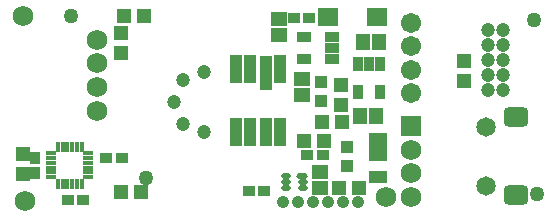
<source format=gbs>
%FSLAX25Y25*%
%MOIN*%
G70*
G01*
G75*
G04 Layer_Color=16711935*
%ADD10R,0.02008X0.01575*%
%ADD11R,0.05315X0.01575*%
%ADD12R,0.07480X0.03937*%
%ADD13R,0.03937X0.04331*%
%ADD14R,0.05709X0.06299*%
%ADD15R,0.06693X0.05906*%
%ADD16R,0.05906X0.06693*%
%ADD17R,0.06614X0.03150*%
%ADD18R,0.05512X0.05079*%
%ADD19R,0.05118X0.05079*%
%ADD20R,0.03543X0.02756*%
%ADD21R,0.02756X0.03543*%
%ADD22R,0.05906X0.05118*%
%ADD23R,0.02953X0.05512*%
%ADD24O,0.00787X0.02756*%
%ADD25O,0.02756X0.00787*%
%ADD26R,0.20276X0.20276*%
%ADD27C,0.04000*%
%ADD28C,0.00800*%
%ADD29C,0.03347*%
%ADD30C,0.06000*%
%ADD31R,0.06000X0.06000*%
G04:AMPARAMS|DCode=32|XSize=59.06mil|YSize=74.8mil|CornerRadius=14.76mil|HoleSize=0mil|Usage=FLASHONLY|Rotation=270.000|XOffset=0mil|YOffset=0mil|HoleType=Round|Shape=RoundedRectangle|*
%AMROUNDEDRECTD32*
21,1,0.05906,0.04528,0,0,270.0*
21,1,0.02953,0.07480,0,0,270.0*
1,1,0.02953,-0.02264,-0.01476*
1,1,0.02953,-0.02264,0.01476*
1,1,0.02953,0.02264,0.01476*
1,1,0.02953,0.02264,-0.01476*
%
%ADD32ROUNDEDRECTD32*%
%ADD33C,0.05709*%
%ADD34C,0.05906*%
%ADD35C,0.03937*%
%ADD36C,0.02400*%
%ADD37C,0.04000*%
%ADD38C,0.06756*%
G04:AMPARAMS|DCode=39|XSize=87.559mil|YSize=87.559mil|CornerRadius=0mil|HoleSize=0mil|Usage=FLASHONLY|Rotation=0.000|XOffset=0mil|YOffset=0mil|HoleType=Round|Shape=Relief|Width=10mil|Gap=10mil|Entries=4|*
%AMTHD39*
7,0,0,0.08756,0.06756,0.01000,45*
%
%ADD39THD39*%
%ADD40C,0.07000*%
%ADD41C,0.07543*%
G04:AMPARAMS|DCode=42|XSize=95.433mil|YSize=95.433mil|CornerRadius=0mil|HoleSize=0mil|Usage=FLASHONLY|Rotation=0.000|XOffset=0mil|YOffset=0mil|HoleType=Round|Shape=Relief|Width=10mil|Gap=10mil|Entries=4|*
%AMTHD42*
7,0,0,0.09543,0.07543,0.01000,45*
%
%ADD42THD42*%
%ADD43O,0.09118X0.07150*%
%ADD44C,0.07347*%
%ADD45C,0.06559*%
%ADD46C,0.05969*%
G04:AMPARAMS|DCode=47|XSize=79.685mil|YSize=79.685mil|CornerRadius=0mil|HoleSize=0mil|Usage=FLASHONLY|Rotation=0.000|XOffset=0mil|YOffset=0mil|HoleType=Round|Shape=Relief|Width=10mil|Gap=10mil|Entries=4|*
%AMTHD47*
7,0,0,0.07969,0.05969,0.01000,45*
%
%ADD47THD47*%
G04:AMPARAMS|DCode=48|XSize=90mil|YSize=90mil|CornerRadius=0mil|HoleSize=0mil|Usage=FLASHONLY|Rotation=0.000|XOffset=0mil|YOffset=0mil|HoleType=Round|Shape=Relief|Width=10mil|Gap=10mil|Entries=4|*
%AMTHD48*
7,0,0,0.09000,0.07000,0.01000,45*
%
%ADD48THD48*%
%ADD49C,0.05200*%
G04:AMPARAMS|DCode=50|XSize=72mil|YSize=72mil|CornerRadius=0mil|HoleSize=0mil|Usage=FLASHONLY|Rotation=0.000|XOffset=0mil|YOffset=0mil|HoleType=Round|Shape=Relief|Width=10mil|Gap=10mil|Entries=4|*
%AMTHD50*
7,0,0,0.07200,0.05200,0.01000,45*
%
%ADD50THD50*%
%ADD51R,0.04331X0.03937*%
%ADD52R,0.03150X0.03150*%
%ADD53R,0.03543X0.08858*%
%ADD54R,0.03543X0.11024*%
%ADD55R,0.02559X0.00787*%
%ADD56R,0.00787X0.02559*%
G04:AMPARAMS|DCode=57|XSize=9.84mil|YSize=29.53mil|CornerRadius=2.46mil|HoleSize=0mil|Usage=FLASHONLY|Rotation=90.000|XOffset=0mil|YOffset=0mil|HoleType=Round|Shape=RoundedRectangle|*
%AMROUNDEDRECTD57*
21,1,0.00984,0.02461,0,0,90.0*
21,1,0.00492,0.02953,0,0,90.0*
1,1,0.00492,0.01230,0.00246*
1,1,0.00492,0.01230,-0.00246*
1,1,0.00492,-0.01230,-0.00246*
1,1,0.00492,-0.01230,0.00246*
%
%ADD57ROUNDEDRECTD57*%
G04:AMPARAMS|DCode=58|XSize=9.84mil|YSize=23.62mil|CornerRadius=2.46mil|HoleSize=0mil|Usage=FLASHONLY|Rotation=90.000|XOffset=0mil|YOffset=0mil|HoleType=Round|Shape=RoundedRectangle|*
%AMROUNDEDRECTD58*
21,1,0.00984,0.01870,0,0,90.0*
21,1,0.00492,0.02362,0,0,90.0*
1,1,0.00492,0.00935,0.00246*
1,1,0.00492,0.00935,-0.00246*
1,1,0.00492,-0.00935,-0.00246*
1,1,0.00492,-0.00935,0.00246*
%
%ADD58ROUNDEDRECTD58*%
%ADD59R,0.05000X0.04000*%
%ADD60R,0.02559X0.04331*%
%ADD61R,0.05512X0.08661*%
%ADD62R,0.05512X0.03543*%
%ADD63R,0.04000X0.05000*%
%ADD64R,0.05906X0.05512*%
%ADD65R,0.04331X0.02559*%
%ADD66C,0.02000*%
%ADD67C,0.01000*%
%ADD68C,0.01500*%
%ADD69C,0.00984*%
%ADD70C,0.00787*%
%ADD71C,0.00394*%
%ADD72R,0.06276X0.06276*%
%ADD73R,0.02808X0.02375*%
%ADD74R,0.06115X0.02375*%
%ADD75R,0.08280X0.04737*%
%ADD76R,0.04737X0.05131*%
%ADD77R,0.06509X0.07099*%
%ADD78R,0.07493X0.06706*%
%ADD79R,0.06706X0.07493*%
%ADD80R,0.07414X0.03950*%
%ADD81R,0.06312X0.05879*%
%ADD82R,0.05918X0.05879*%
%ADD83R,0.04343X0.03556*%
%ADD84R,0.03556X0.04343*%
%ADD85R,0.06706X0.05918*%
%ADD86R,0.03753X0.06312*%
%ADD87O,0.01587X0.03556*%
%ADD88O,0.03556X0.01587*%
%ADD89R,0.21076X0.21076*%
%ADD90C,0.05000*%
%ADD91C,0.04147*%
%ADD92C,0.06800*%
%ADD93R,0.06800X0.06800*%
G04:AMPARAMS|DCode=94|XSize=67.06mil|YSize=82.8mil|CornerRadius=18.76mil|HoleSize=0mil|Usage=FLASHONLY|Rotation=270.000|XOffset=0mil|YOffset=0mil|HoleType=Round|Shape=RoundedRectangle|*
%AMROUNDEDRECTD94*
21,1,0.06706,0.04528,0,0,270.0*
21,1,0.02953,0.08280,0,0,270.0*
1,1,0.03753,-0.02264,-0.01476*
1,1,0.03753,-0.02264,0.01476*
1,1,0.03753,0.02264,0.01476*
1,1,0.03753,0.02264,-0.01476*
%
%ADD94ROUNDEDRECTD94*%
%ADD95C,0.06509*%
%ADD96C,0.06706*%
%ADD97C,0.04737*%
%ADD98C,0.03200*%
%ADD99R,0.05131X0.04737*%
%ADD100R,0.03950X0.03950*%
%ADD101R,0.04343X0.09658*%
%ADD102R,0.04343X0.11824*%
%ADD103R,0.03359X0.01587*%
%ADD104R,0.01587X0.03359*%
G04:AMPARAMS|DCode=105|XSize=17.84mil|YSize=37.53mil|CornerRadius=6.46mil|HoleSize=0mil|Usage=FLASHONLY|Rotation=90.000|XOffset=0mil|YOffset=0mil|HoleType=Round|Shape=RoundedRectangle|*
%AMROUNDEDRECTD105*
21,1,0.01784,0.02461,0,0,90.0*
21,1,0.00492,0.03753,0,0,90.0*
1,1,0.01292,0.01230,0.00246*
1,1,0.01292,0.01230,-0.00246*
1,1,0.01292,-0.01230,-0.00246*
1,1,0.01292,-0.01230,0.00246*
%
%ADD105ROUNDEDRECTD105*%
G04:AMPARAMS|DCode=106|XSize=17.84mil|YSize=31.62mil|CornerRadius=6.46mil|HoleSize=0mil|Usage=FLASHONLY|Rotation=90.000|XOffset=0mil|YOffset=0mil|HoleType=Round|Shape=RoundedRectangle|*
%AMROUNDEDRECTD106*
21,1,0.01784,0.01870,0,0,90.0*
21,1,0.00492,0.03162,0,0,90.0*
1,1,0.01292,0.00935,0.00246*
1,1,0.01292,0.00935,-0.00246*
1,1,0.01292,-0.00935,-0.00246*
1,1,0.01292,-0.00935,0.00246*
%
%ADD106ROUNDEDRECTD106*%
%ADD107R,0.05800X0.04800*%
%ADD108R,0.03359X0.05131*%
%ADD109R,0.06312X0.09461*%
%ADD110R,0.06312X0.04343*%
%ADD111R,0.04800X0.05800*%
%ADD112R,0.06706X0.06312*%
%ADD113R,0.05131X0.03359*%
D76*
X-16200Y-52446D02*
D03*
Y-45753D02*
D03*
X89900Y-29447D02*
D03*
Y-22754D02*
D03*
X16600Y-5454D02*
D03*
Y-12146D02*
D03*
X130800Y-14853D02*
D03*
Y-21546D02*
D03*
D83*
X59241Y-58100D02*
D03*
X64359D02*
D03*
X-1159Y-61100D02*
D03*
X3959D02*
D03*
X16859Y-47100D02*
D03*
X11741D02*
D03*
X78741Y-46100D02*
D03*
X83859D02*
D03*
X79359Y-600D02*
D03*
X74241D02*
D03*
D84*
X-12200Y-47041D02*
D03*
Y-52159D02*
D03*
D90*
X-200Y200D02*
D03*
X25100Y-53700D02*
D03*
X154300Y-1100D02*
D03*
X155300Y-59100D02*
D03*
D91*
X70700Y-62000D02*
D03*
X75700D02*
D03*
X80700D02*
D03*
X85700D02*
D03*
X90700D02*
D03*
X95700D02*
D03*
D92*
X105000Y-60300D02*
D03*
X-15300Y-61400D02*
D03*
X-15900Y300D02*
D03*
X113300Y-60222D02*
D03*
Y-52348D02*
D03*
Y-44474D02*
D03*
X8606Y-31350D02*
D03*
Y-23476D02*
D03*
Y-15602D02*
D03*
Y-7728D02*
D03*
D93*
X113300Y-36600D02*
D03*
D94*
X148418Y-59380D02*
D03*
Y-33427D02*
D03*
D95*
X138182Y-36757D02*
D03*
X138182Y-56442D02*
D03*
D96*
X113300Y-9974D02*
D03*
Y-2163D02*
D03*
Y-17726D02*
D03*
Y-25537D02*
D03*
D97*
X138800Y-24600D02*
D03*
Y-19600D02*
D03*
Y-14600D02*
D03*
Y-9600D02*
D03*
Y-4600D02*
D03*
X143800D02*
D03*
Y-9600D02*
D03*
Y-14600D02*
D03*
Y-19600D02*
D03*
Y-24600D02*
D03*
X37213Y-21277D02*
D03*
Y-35844D02*
D03*
X44300Y-18600D02*
D03*
X34300Y-28600D02*
D03*
X44300Y-38600D02*
D03*
D99*
X89354Y-57200D02*
D03*
X96047D02*
D03*
X84146Y-41600D02*
D03*
X77454D02*
D03*
X83454Y-35100D02*
D03*
X90146D02*
D03*
X23146Y-58600D02*
D03*
X16454D02*
D03*
X24147Y200D02*
D03*
X17454D02*
D03*
D100*
X83300Y-28348D02*
D03*
Y-21852D02*
D03*
X91800Y-49848D02*
D03*
Y-43352D02*
D03*
D101*
X69761Y-38663D02*
D03*
X64839D02*
D03*
X59721D02*
D03*
X54800D02*
D03*
X69761Y-17600D02*
D03*
X59721D02*
D03*
X54800D02*
D03*
D102*
X64839Y-18683D02*
D03*
D103*
X5729Y-45663D02*
D03*
Y-47238D02*
D03*
Y-48812D02*
D03*
Y-50387D02*
D03*
Y-51962D02*
D03*
Y-53537D02*
D03*
X-6672D02*
D03*
Y-51962D02*
D03*
Y-50387D02*
D03*
Y-48812D02*
D03*
Y-47238D02*
D03*
Y-45663D02*
D03*
D104*
X3465Y-55801D02*
D03*
X1891D02*
D03*
X316D02*
D03*
X-1259D02*
D03*
X-2834D02*
D03*
X-4409D02*
D03*
Y-43399D02*
D03*
X-2834D02*
D03*
X-1259D02*
D03*
X316D02*
D03*
X1891D02*
D03*
X3465D02*
D03*
D105*
X76938Y-53131D02*
D03*
D106*
X77135Y-55100D02*
D03*
Y-57069D02*
D03*
X71465D02*
D03*
Y-55100D02*
D03*
Y-53131D02*
D03*
D107*
X82800Y-51950D02*
D03*
Y-57250D02*
D03*
X77100Y-20950D02*
D03*
Y-26250D02*
D03*
X69300Y-6250D02*
D03*
Y-950D02*
D03*
D108*
X95560Y-25324D02*
D03*
X103040D02*
D03*
Y-15876D02*
D03*
X99300D02*
D03*
X95560D02*
D03*
D109*
X102300Y-43557D02*
D03*
D110*
Y-53596D02*
D03*
D111*
X102550Y-8500D02*
D03*
X97250D02*
D03*
X101450Y-33100D02*
D03*
X96150D02*
D03*
D112*
X85532Y-100D02*
D03*
X102068D02*
D03*
D113*
X77576Y-6860D02*
D03*
Y-14340D02*
D03*
X87024D02*
D03*
Y-10600D02*
D03*
Y-6860D02*
D03*
M02*

</source>
